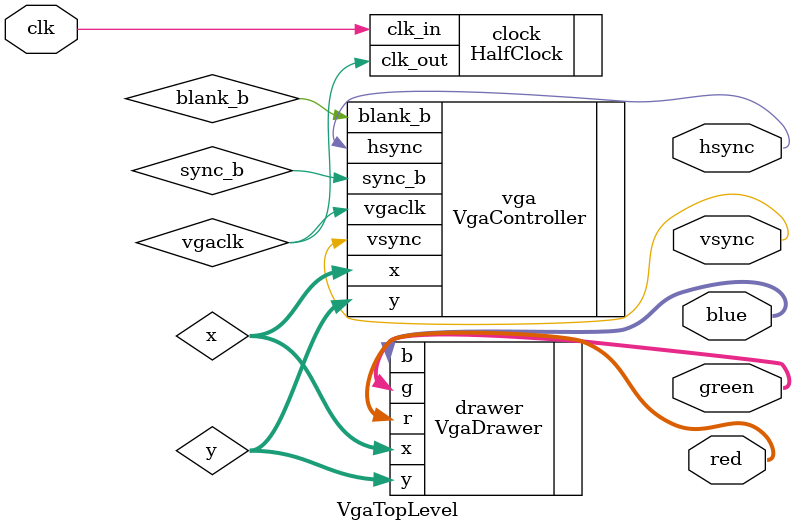
<source format=sv>
module VgaTopLevel (
    input logic clk,
    output logic hsync, vsync,
    output logic [3:0] red, green, blue
);

logic vgaclk, sync_b, blank_b;
logic [9:0] x, y;

HalfClock clock(
    .clk_in(clk),
    .clk_out(vgaclk)
);

VgaController vga(
    .vgaclk(vgaclk),
    .hsync(hsync),
    .vsync(vsync),
    .sync_b(sync_b),
    .blank_b(blank_b),
    .x(x),
    .y(y)
);

VgaDrawer drawer(
    .x(x),
    .y(y),
    .r(red),
    .g(green),
    .b(blue)
);

endmodule

</source>
